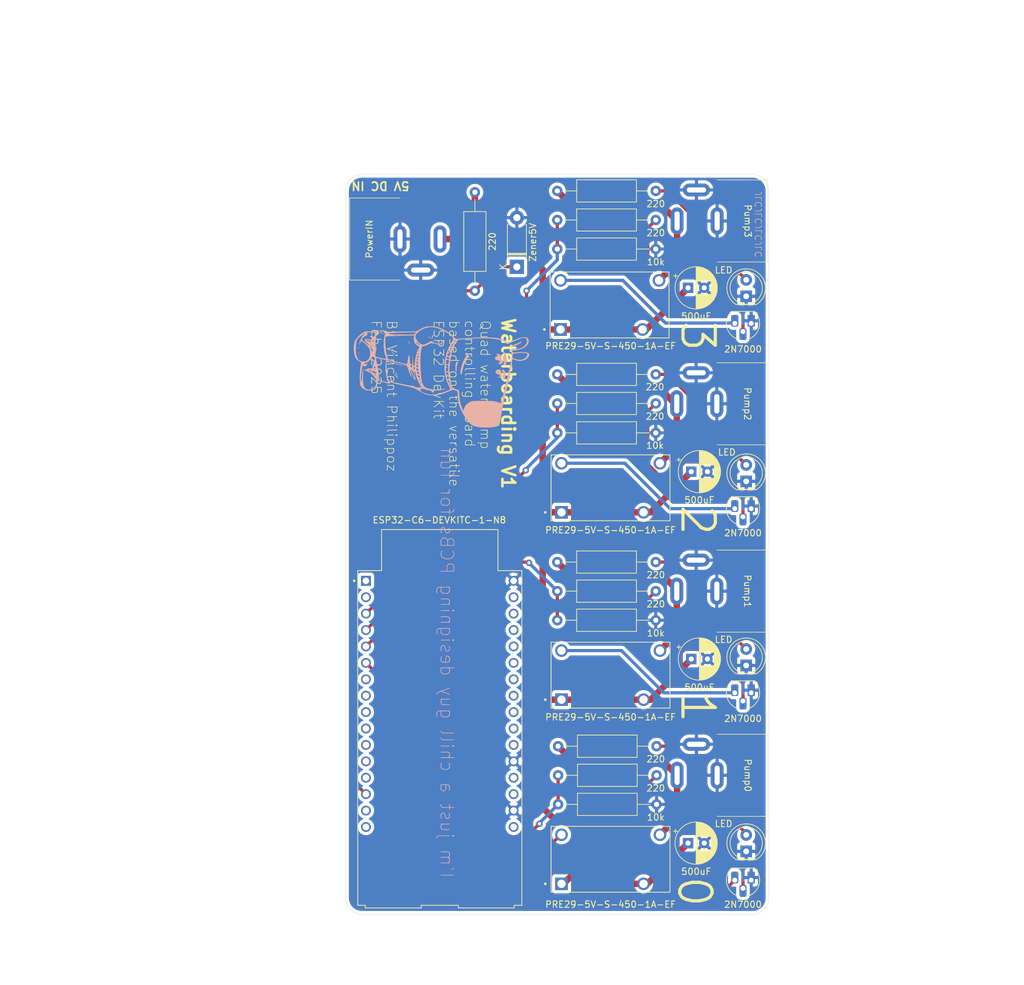
<source format=kicad_pcb>
(kicad_pcb (version 20240108) (generator "pcbnew") (generator_version "8.0")
  (layers (0 "F.Cu" signal) (31 "B.Cu" signal) (34 "B.Paste" user) (35 "F.Paste" user) (36 "B.SilkS" user "B.Silkscreen") (37 "F.SilkS" user "F.Silkscreen") (38 "B.Mask" user) (39 "F.Mask" user) (44 "Edge.Cuts" user))
  (net 0 "")
  (net 1 "GND")
  (net 2 "+5V")
  (net 4 "/Pump control module1/LED_anode")
  (net 13 "/Pump control module0/LED_anode")
  (net 14 "/Pump control module2/LED_anode")
  (net 22 "/Pump control module3/LED_anode")
  (net 31 "/Pump control module0/toggle5V")
  (net 32 "/Pump control module1/toggle5V")
  (net 33 "/Pump control module2/toggle5V")
  (net 34 "/5V_protected")
  (net 35 "/Pump control module3/toggle5V")
  (net 36 "/Pump control module1/toggleGND0")
  (net 37 "/Pump control module0/toggleGND0")
  (net 38 "/Pump control module2/toggleGND0")
  (net 39 "/Pump control module3/toggleGND0")
  (net 40 "/Pump control module1/Q_G")
  (net 41 "/Pump control module0/Q_G")
  (net 42 "/Pump control module2/Q_G")
  (net 43 "/Pump control module3/Q_G")
  (net 44 "/pumpCtrl1")
  (net 45 "/pumpCtrl0")
  (net 46 "/pumpCtrl2")
  (net 47 "/pumpCtrl3")
  (footprint "Diode_THT:D_DO-41_SOD81_P7.62mm_Horizontal" (layer "F.Cu") (at 134 61.81 90)
    (property "Reference" "D2")
    (property "Value" "Zener5V" (at 3.81 2.47 -90) (layer "F.SilkS"))
    (fp_text user "K" (at 0 -2.1 -90) (layer "F.SilkS"))
    (pad "1" thru_hole rect (at 0 0 90) (size 2.2 2.2) (drill 1.1) (layers "*.Cu" "*.Mask") (net 34 "/5V_protected"))
    (pad "2" thru_hole oval (at 7.62 0 90) (size 2.2 2.2) (drill 1.1) (layers "*.Cu" "*.Mask") (net 1 "GND"))
  )
  (footprint "Resistor_THT:R_Axial_DIN0309_L9.0mm_D3.2mm_P15.24mm_Horizontal" (layer "F.Cu") (at 140.26 116.5)
    (property "Reference" "R2")
    (property "Value" "10k" (at 15.24 2 0) (layer "F.SilkS"))
    (pad "1" thru_hole circle (at 0 0) (size 1.6 1.6) (drill 0.8) (layers "*.Cu" "*.Mask") (net 44 "/pumpCtrl1"))
    (pad "2" thru_hole oval (at 15.24 0) (size 1.6 1.6) (drill 0.8) (layers "*.Cu" "*.Mask") (net 1 "GND"))
  )
  (footprint "Resistor_THT:R_Axial_DIN0309_L9.0mm_D3.2mm_P15.24mm_Horizontal" (layer "F.Cu") (at 140.385 140.5)
    (property "Reference" "R6")
    (property "Value" "220" (at 15.115 2 0) (layer "F.SilkS"))
    (pad "1" thru_hole circle (at 0 0) (size 1.6 1.6) (drill 0.8) (layers "*.Cu" "*.Mask") (net 45 "/pumpCtrl0"))
    (pad "2" thru_hole oval (at 15.24 0) (size 1.6 1.6) (drill 0.8) (layers "*.Cu" "*.Mask") (net 41 "/Pump control module0/Q_G"))
  )
  (footprint "Resistor_THT:R_Axial_DIN0309_L9.0mm_D3.2mm_P15.24mm_Horizontal" (layer "F.Cu") (at 140.385 145)
    (property "Reference" "R5")
    (property "Value" "10k" (at 15.115 2 0) (layer "F.SilkS"))
    (pad "1" thru_hole circle (at 0 0) (size 1.6 1.6) (drill 0.8) (layers "*.Cu" "*.Mask") (net 45 "/pumpCtrl0"))
    (pad "2" thru_hole oval (at 15.24 0) (size 1.6 1.6) (drill 0.8) (layers "*.Cu" "*.Mask") (net 1 "GND"))
  )
  (footprint "Package_TO_SOT_THT:TO-92L_HandSolder" (layer "F.Cu") (at 170.27 127.73 180)
    (property "Reference" "Q1")
    (property "Value" "2N7000" (at 1.27 -4 0) (layer "F.SilkS"))
    (pad "1" thru_hole rect (at 0 0 180) (size 1.1 1.8) (drill 0.75 (offset 0 0.4)) (layers "*.Cu" "*.Mask") (net 1 "GND"))
    (pad "2" thru_hole roundrect (at 1.27 -1.27 180) (size 1.1 1.8) (drill 0.75 (offset 0 -0.4)) (layers "*.Cu" "*.Mask") (net 40 "/Pump control module1/Q_G"))
    (pad "3" thru_hole roundrect (at 2.54 0 180) (size 1.1 1.8) (drill 0.75 (offset 0 0.4)) (layers "*.Cu" "*.Mask") (net 36 "/Pump control module1/toggleGND0"))
  )
  (footprint "Capacitor_THT:CP_Radial_D6.3mm_P2.50mm" (layer "F.Cu") (at 161 93.5)
    (property "Reference" "C3")
    (property "Value" "500uF" (at 1.25 4.4 0) (layer "F.SilkS"))
    (pad "1" thru_hole rect (at 0 0) (size 1.6 1.6) (drill 0.8) (layers "*.Cu" "*.Mask") (net 2 "+5V"))
    (pad "2" thru_hole circle (at 2.5 0) (size 1.6 1.6) (drill 0.8) (layers "*.Cu" "*.Mask") (net 1 "GND"))
  )
  (footprint "RELAY_PRE29-5V-S-450-1A-EF:RELAY_PRE29-5V-S-450-1A-EF" (layer "F.Cu") (at 148.35 67.7)
    (property "Reference" "K4")
    (property "Value" "PRE29-5V-S-450-1A-EF" (at 0.15 6.35 0) (layer "F.SilkS"))
    (pad "1" thru_hole rect (at -7.59 3.8) (size 1.95 1.95) (drill 1.3) (layers "*.Cu" "*.Mask") (net 2 "+5V"))
    (pad "2" thru_hole circle (at -7.59 -3.8) (size 1.95 1.95) (drill 1.3) (layers "*.Cu" "*.Mask") (net 39 "/Pump control module3/toggleGND0"))
    (pad "3" thru_hole circle (at 5.11 3.8) (size 1.95 1.95) (drill 1.3) (layers "*.Cu" "*.Mask") (net 2 "+5V"))
    (pad "4" thru_hole circle (at 7.65 -3.8) (size 1.95 1.95) (drill 1.3) (layers "*.Cu" "*.Mask") (net 35 "/Pump control module3/toggle5V"))
  )
  (footprint "LED_THT:LED_D5.0mm" (layer "F.Cu") (at 169.5 66.36 90)
    (property "Reference" "D5")
    (property "Value" "LED" (at 4.04 -3.5 0) (layer "F.SilkS"))
    (pad "1" thru_hole rect (at 0 0 90) (size 1.8 1.8) (drill 0.9) (layers "*.Cu" "*.Mask") (net 1 "GND"))
    (pad "2" thru_hole circle (at 2.54 0 90) (size 1.8 1.8) (drill 0.9) (layers "*.Cu" "*.Mask") (net 22 "/Pump control module3/LED_anode"))
  )
  (footprint "LED_THT:LED_D5.0mm" (layer "F.Cu") (at 169.5 123.5 90)
    (property "Reference" "D1")
    (property "Value" "LED" (at 4 -3.5 0) (layer "F.SilkS"))
    (pad "1" thru_hole rect (at 0 0 90) (size 1.8 1.8) (drill 0.9) (layers "*.Cu" "*.Mask") (net 1 "GND"))
    (pad "2" thru_hole circle (at 2.54 0 90) (size 1.8 1.8) (drill 0.9) (layers "*.Cu" "*.Mask") (net 4 "/Pump control module1/LED_anode"))
  )
  (footprint "RELAY_PRE29-5V-S-450-1A-EF:RELAY_PRE29-5V-S-450-1A-EF" (layer "F.Cu") (at 148.5 153.5)
    (property "Reference" "K2")
    (property "Value" "PRE29-5V-S-450-1A-EF" (at 0 6.985 0) (layer "F.SilkS"))
    (pad "1" thru_hole rect (at -7.59 3.8) (size 1.95 1.95) (drill 1.3) (layers "*.Cu" "*.Mask") (net 2 "+5V"))
    (pad "2" thru_hole circle (at -7.59 -3.8) (size 1.95 1.95) (drill 1.3) (layers "*.Cu" "*.Mask") (net 37 "/Pump control module0/toggleGND0"))
    (pad "3" thru_hole circle (at 5.11 3.8) (size 1.95 1.95) (drill 1.3) (layers "*.Cu" "*.Mask") (net 2 "+5V"))
    (pad "4" thru_hole circle (at 7.65 -3.8) (size 1.95 1.95) (drill 1.3) (layers "*.Cu" "*.Mask") (net 31 "/Pump control module0/toggle5V"))
  )
  (footprint "Package_TO_SOT_THT:TO-92L_HandSolder" (layer "F.Cu") (at 170.27 99.23 180)
    (property "Reference" "Q3")
    (property "Value" "2N7000" (at 1.27 -3.77 180) (layer "F.SilkS"))
    (pad "1" thru_hole rect (at 0 0 180) (size 1.1 1.8) (drill 0.75 (offset 0 0.4)) (layers "*.Cu" "*.Mask") (net 1 "GND"))
    (pad "2" thru_hole roundrect (at 1.27 -1.27 180) (size 1.1 1.8) (drill 0.75 (offset 0 -0.4)) (layers "*.Cu" "*.Mask") (net 42 "/Pump control module2/Q_G"))
    (pad "3" thru_hole roundrect (at 2.54 0 180) (size 1.1 1.8) (drill 0.75 (offset 0 0.4)) (layers "*.Cu" "*.Mask") (net 38 "/Pump control module2/toggleGND0"))
  )
  (footprint "Resistor_THT:R_Axial_DIN0309_L9.0mm_D3.2mm_P15.24mm_Horizontal" (layer "F.Cu") (at 140.26 112)
    (property "Reference" "R3")
    (property "Value" "220" (at 15.24 2 0) (layer "F.SilkS"))
    (pad "1" thru_hole circle (at 0 0) (size 1.6 1.6) (drill 0.8) (layers "*.Cu" "*.Mask") (net 44 "/pumpCtrl1"))
    (pad "2" thru_hole oval (at 15.24 0) (size 1.6 1.6) (drill 0.8) (layers "*.Cu" "*.Mask") (net 40 "/Pump control module1/Q_G"))
  )
  (footprint "Capacitor_THT:CP_Radial_D6.3mm_P2.50mm" (layer "F.Cu") (at 160.5 65.05)
    (property "Reference" "C4")
    (property "Value" "500uF" (at 1.25 4.4 0) (layer "F.SilkS"))
    (pad "1" thru_hole rect (at 0 0) (size 1.6 1.6) (drill 0.8) (layers "*.Cu" "*.Mask") (net 2 "+5V"))
    (pad "2" thru_hole circle (at 2.5 0) (size 1.6 1.6) (drill 0.8) (layers "*.Cu" "*.Mask") (net 1 "GND"))
  )
  (footprint "LED_THT:LED_D5.0mm" (layer "F.Cu") (at 169.5 95 90)
    (property "Reference" "D4")
    (property "Value" "LED" (at 4.5 -3 0) (layer "F.SilkS"))
    (pad "1" thru_hole rect (at 0 0 90) (size 1.8 1.8) (drill 0.9) (layers "*.Cu" "*.Mask") (net 1 "GND"))
    (pad "2" thru_hole circle (at 2.54 0 90) (size 1.8 1.8) (drill 0.9) (layers "*.Cu" "*.Mask") (net 14 "/Pump control module2/LED_anode"))
  )
  (footprint "Resistor_THT:R_Axial_DIN0309_L9.0mm_D3.2mm_P15.24mm_Horizontal" (layer "F.Cu") (at 140.26 59.05)
    (property "Reference" "R11")
    (property "Value" "10k" (at 15.24 2 0) (layer "F.SilkS"))
    (pad "1" thru_hole circle (at 0 0) (size 1.6 1.6) (drill 0.8) (layers "*.Cu" "*.Mask") (net 47 "/pumpCtrl3"))
    (pad "2" thru_hole oval (at 15.24 0) (size 1.6 1.6) (drill 0.8) (layers "*.Cu" "*.Mask") (net 1 "GND"))
  )
  (footprint "PJ-112AH:PJ-112AH" (layer "F.Cu") (at 173.05 54.7 180)
    (property "Reference" "J4")
    (property "Value" "Pump3" (at 3.302 0 -90) (layer "F.SilkS"))
    (pad "1" thru_hole roundrect (at 14.25 0 180) (size 2 4.2) (drill oval 0.8 3) (layers "*.Cu" "*.Mask") (roundrect_rratio 0.5) (net 35 "/Pump control module3/toggle5V"))
    (pad "2" thru_hole roundrect (at 11.25 4.8 270) (size 2 4.2) (drill oval 0.8 3) (layers "*.Cu" "*.Mask") (roundrect_rratio 0.5) (net 1 "GND"))
    (pad "3" thru_hole roundrect (at 8.05 0) (size 2 4.2) (drill oval 0.8 3) (layers "*.Cu" "*.Mask") (roundrect_rratio 0.5) (net 1 "GND"))
  )
  (footprint "Resistor_THT:R_Axial_DIN0309_L9.0mm_D3.2mm_P15.24mm_Horizontal" (layer "F.Cu") (at 140.26 82.95)
    (property "Reference" "R9")
    (property "Value" "220" (at 15.125 2 0) (layer "F.SilkS"))
    (pad "1" thru_hole circle (at 0 0) (size 1.6 1.6) (drill 0.8) (layers "*.Cu" "*.Mask") (net 46 "/pumpCtrl2"))
    (pad "2" thru_hole oval (at 15.24 0) (size 1.6 1.6) (drill 0.8) (layers "*.Cu" "*.Mask") (net 42 "/Pump control module2/Q_G"))
  )
  (footprint "Resistor_THT:R_Axial_DIN0309_L9.0mm_D3.2mm_P15.24mm_Horizontal" (layer "F.Cu") (at 140.26 87.5)
    (property "Reference" "R8")
    (property "Value" "10k" (at 15.125 1.95 0) (layer "F.SilkS"))
    (pad "1" thru_hole circle (at 0 0) (size 1.6 1.6) (drill 0.8) (layers "*.Cu" "*.Mask") (net 46 "/pumpCtrl2"))
    (pad "2" thru_hole oval (at 15.24 0) (size 1.6 1.6) (drill 0.8) (layers "*.Cu" "*.Mask") (net 1 "GND"))
  )
  (footprint "Package_TO_SOT_THT:TO-92L_HandSolder" (layer "F.Cu") (at 170.27 70.55 180)
    (property "Reference" "Q4")
    (property "Value" "2N7000" (at 1.27 -4 180) (layer "F.SilkS"))
    (pad "1" thru_hole rect (at 0 0 180) (size 1.1 1.8) (drill 0.75 (offset 0 0.4)) (layers "*.Cu" "*.Mask") (net 1 "GND"))
    (pad "2" thru_hole roundrect (at 1.27 -1.27 180) (size 1.1 1.8) (drill 0.75 (offset 0 -0.4)) (layers "*.Cu" "*.Mask") (net 43 "/Pump control module3/Q_G"))
    (pad "3" thru_hole roundrect (at 2.54 0 180) (size 1.1 1.8) (drill 0.75 (offset 0 0.4)) (layers "*.Cu" "*.Mask") (net 39 "/Pump control module3/toggleGND0"))
  )
  (footprint "LED_THT:LED_D5.0mm" (layer "F.Cu") (at 169.5 152.275 90)
    (property "Reference" "D3")
    (property "Value" "LED" (at 4.275 -3.5 0) (layer "F.SilkS"))
    (pad "1" thru_hole rect (at 0 0 90) (size 1.8 1.8) (drill 0.9) (layers "*.Cu" "*.Mask") (net 1 "GND"))
    (pad "2" thru_hole circle (at 2.54 0 90) (size 1.8 1.8) (drill 0.9) (layers "*.Cu" "*.Mask") (net 13 "/Pump control module0/LED_anode"))
  )
  (footprint "ESP32-C6-DEVKITC-1-N8:MODULE_ESP32-C6-DEVKITC-1-N8" (layer "F.Cu") (at 122.07 134.725)
    (property "Reference" "U1")
    (property "Value" "ESP32-C6-DEVKITC-1-N8" (at -0.07 -33.725 0) (layer "F.SilkS"))
    (pad "J1_1" thru_hole rect (at -11.43 -24.325) (size 1.524 1.524) (drill 1.016) (layers "*.Cu" "*.Mask"))
    (pad "J1_2" thru_hole circle (at -11.43 -21.785) (size 1.524 1.524) (drill 1.016) (layers "*.Cu" "*.Mask"))
    (pad "J1_3" thru_hole circle (at -11.43 -19.245) (size 1.524 1.524) (drill 1.016) (layers "*.Cu" "*.Mask") (net 47 "/pumpCtrl3"))
    (pad "J1_4" thru_hole circle (at -11.43 -16.705) (size 1.524 1.524) (drill 1.016) (layers "*.Cu" "*.Mask") (net 46 "/pumpCtrl2"))
    (pad "J1_5" thru_hole circle (at -11.43 -14.165) (size 1.524 1.524) (drill 1.016) (layers "*.Cu" "*.Mask") (net 44 "/pumpCtrl1"))
    (pad "J1_6" thru_hole circle (at -11.43 -11.625) (size 1.524 1.524) (drill 1.016) (layers "*.Cu" "*.Mask") (net 45 "/pumpCtrl0"))
    (pad "J1_7" thru_hole circle (at -11.43 -9.085) (size 1.524 1.524) (drill 1.016) (layers "*.Cu" "*.Mask"))
    (pad "J1_8" thru_hole circle (at -11.43 -6.545) (size 1.524 1.524) (drill 1.016) (layers "*.Cu" "*.Mask"))
    (pad "J1_9" thru_hole circle (at -11.43 -4.005) (size 1.524 1.524) (drill 1.016) (layers "*.Cu" "*.Mask"))
    (pad "J1_10" thru_hole circle (at -11.43 -1.465) (size 1.524 1.524) (drill 1.016) (layers "*.Cu" "*.Mask"))
    (pad "J1_11" thru_hole circle (at -11.43 1.075) (size 1.524 1.524) (drill 1.016) (layers "*.Cu" "*.Mask"))
    (pad "J1_12" thru_hole circle (at -11.43 3.615) (size 1.524 1.524) (drill 1.016) (layers "*.Cu" "*.Mask"))
    (pad "J1_13" thru_hole circle (at -11.43 6.155) (size 1.524 1.524) (drill 1.016) (layers "*.Cu" "*.Mask"))
    (pad "J1_14" thru_hole circle (at -11.43 8.695) (size 1.524 1.524) (drill 1.016) (layers "*.Cu" "*.Mask") (net 34 "/5V_protected"))
    (pad "J1_15" thru_hole circle (at -11.43 11.235) (size 1.524 1.524) (drill 1.016) (layers "*.Cu" "*.Mask"))
    (pad "J1_16" thru_hole circle (at -11.43 13.775) (size 1.524 1.524) (drill 1.016) (layers "*.Cu" "*.Mask"))
    (pad "J3_1" thru_hole circle (at 11.43 -24.325) (size 1.524 1.524) (drill 1.016) (layers "*.Cu" "*.Mask") (net 1 "GND"))
    (pad "J3_2" thru_hole circle (at 11.43 -21.785) (size 1.524 1.524) (drill 1.016) (layers "*.Cu" "*.Mask"))
    (pad "J3_3" thru_hole circle (at 11.43 -19.245) (size 1.524 1.524) (drill 1.016) (layers "*.Cu" "*.Mask"))
    (pad "J3_4" thru_hole circle (at 11.43 -16.705) (size 1.524 1.524) (drill 1.016) (layers "*.Cu" "*.Mask"))
    (pad "J3_5" thru_hole circle (at 11.43 -14.165) (size 1.524 1.524) (drill 1.016) (layers "*.Cu" "*.Mask"))
    (pad "J3_6" thru_hole circle (at 11.43 -11.625) (size 1.524 1.524) (drill 1.016) (layers "*.Cu" "*.Mask"))
    (pad "J3_7" thru_hole circle (at 11.43 -9.085) (size 1.524 1.524) (drill 1.016) (layers "*.Cu" "*.Mask"))
    (pad "J3_8" thru_hole circle (at 11.43 -6.545) (size 1.524 1.524) (drill 1.016) (layers "*.Cu" "*.Mask"))
    (pad "J3_9" thru_hole circle (at 11.43 -4.005) (size 1.524 1.524) (drill 1.016) (layers "*.Cu" "*.Mask"))
    (pad "J3_10" thru_hole circle (at 11.43 -1.465) (size 1.524 1.524) (drill 1.016) (layers "*.Cu" "*.Mask"))
    (pad "J3_11" thru_hole circle (at 11.43 1.075) (size 1.524 1.524) (drill 1.016) (layers "*.Cu" "*.Mask"))
    (pad "J3_12" thru_hole circle (at 11.43 3.615) (size 1.524 1.524) (drill 1.016) (layers "*.Cu" "*.Mask") (net 1 "GND"))
    (pad "J3_13" thru_hole circle (at 11.43 6.155) (size 1.524 1.524) (drill 1.016) (layers "*.Cu" "*.Mask"))
    (pad "J3_14" thru_hole circle (at 11.43 8.695) (size 1.524 1.524) (drill 1.016) (layers "*.Cu" "*.Mask"))
    (pad "J3_15" thru_hole circle (at 11.43 11.235) (size 1.524 1.524) (drill 1.016) (layers "*.Cu" "*.Mask") (net 1 "GND"))
    (pad "J3_16" thru_hole circle (at 11.43 13.775) (size 1.524 1.524) (drill 1.016) (layers "*.Cu" "*.Mask"))
  )
  (footprint "Capacitor_THT:CP_Radial_D6.3mm_P2.50mm" (layer "F.Cu") (at 160.5 151)
    (property "Reference" "C2")
    (property "Value" "500uF" (at 1.25 4.4 0) (layer "F.SilkS"))
    (pad "1" thru_hole rect (at 0 0) (size 1.6 1.6) (drill 0.8) (layers "*.Cu" "*.Mask") (net 2 "+5V"))
    (pad "2" thru_hole circle (at 2.5 0) (size 1.6 1.6) (drill 0.8) (layers "*.Cu" "*.Mask") (net 1 "GND"))
  )
  (footprint "PJ-112AH:PJ-112AH" (layer "F.Cu") (at 173.05 140.5 180)
    (property "Reference" "J1")
    (property "Value" "Pump0" (at 3.302 0 -90) (layer "F.SilkS"))
    (pad "1" thru_hole roundrect (at 14.25 0 180) (size 2 4.2) (drill oval 0.8 3) (layers "*.Cu" "*.Mask") (roundrect_rratio 0.5) (net 31 "/Pump control module0/toggle5V"))
    (pad "2" thru_hole roundrect (at 11.25 4.8 270) (size 2 4.2) (drill oval 0.8 3) (layers "*.Cu" "*.Mask") (roundrect_rratio 0.5) (net 1 "GND"))
    (pad "3" thru_hole roundrect (at 8.05 0) (size 2 4.2) (drill oval 0.8 3) (layers "*.Cu" "*.Mask") (roundrect_rratio 0.5) (net 1 "GND"))
  )
  (footprint "Resistor_THT:R_Axial_DIN0309_L9.0mm_D3.2mm_P15.24mm_Horizontal" (layer "F.Cu") (at 127.5 65.5 90)
    (property "Reference" "R1")
    (property "Value" "220" (at 7.62 2.72 -90) (layer "F.SilkS"))
    (pad "1" thru_hole circle (at 0 0 90) (size 1.6 1.6) (drill 0.8) (layers "*.Cu" "*.Mask") (net 34 "/5V_protected"))
    (pad "2" thru_hole oval (at 15.24 0 90) (size 1.6 1.6) (drill 0.8) (layers "*.Cu" "*.Mask") (net 2 "+5V"))
  )
  (footprint "Resistor_THT:R_Axial_DIN0309_L9.0mm_D3.2mm_P15.24mm_Horizontal" (layer "F.Cu") (at 140.38 136)
    (property "Reference" "R7")
    (property "Value" "220" (at 15.12 2 0) (layer "F.SilkS"))
    (pad "1" thru_hole circle (at 0 0) (size 1.6 1.6) (drill 0.8) (layers "*.Cu" "*.Mask") (net 31 "/Pump control module0/toggle5V"))
    (pad "2" thru_hole oval (at 15.24 0) (size 1.6 1.6) (drill 0.8) (layers "*.Cu" "*.Mask") (net 13 "/Pump control module0/LED_anode"))
  )
  (footprint "RELAY_PRE29-5V-S-450-1A-EF:RELAY_PRE29-5V-S-450-1A-EF" (layer "F.Cu") (at 148.5 125)
    (property "Reference" "K1")
    (property "Value" "PRE29-5V-S-450-1A-EF" (at 0 6.5 0) (layer "F.SilkS"))
    (pad "1" thru_hole rect (at -7.59 3.8) (size 1.95 1.95) (drill 1.3) (layers "*.Cu" "*.Mask") (net 2 "+5V"))
    (pad "2" thru_hole circle (at -7.59 -3.8) (size 1.95 1.95) (drill 1.3) (layers "*.Cu" "*.Mask") (net 36 "/Pump control module1/toggleGND0"))
    (pad "3" thru_hole circle (at 5.11 3.8) (size 1.95 1.95) (drill 1.3) (layers "*.Cu" "*.Mask") (net 2 "+5V"))
    (pad "4" thru_hole circle (at 7.65 -3.8) (size 1.95 1.95) (drill 1.3) (layers "*.Cu" "*.Mask") (net 32 "/Pump control module1/toggle5V"))
  )
  (footprint "Resistor_THT:R_Axial_DIN0309_L9.0mm_D3.2mm_P15.24mm_Horizontal" (layer "F.Cu") (at 140.26 50.05)
    (property "Reference" "R13")
    (property "Value" "220" (at 15.24 2 0) (layer "F.SilkS"))
    (pad "1" thru_hole circle (at 0 0) (size 1.6 1.6) (drill 0.8) (layers "*.Cu" "*.Mask") (net 35 "/Pump control module3/toggle5V"))
    (pad "2" thru_hole oval (at 15.24 0) (size 1.6 1.6) (drill 0.8) (layers "*.Cu" "*.Mask") (net 22 "/Pump control module3/LED_anode"))
  )
  (footprint "PJ-112AH:PJ-112AH" (layer "F.Cu") (at 173 112 180)
    (property "Reference" "J2")
    (property "Value" "Pump1" (at 3.302 0 -90) (layer "F.SilkS"))
    (pad "1" thru_hole roundrect (at 14.25 0 180) (size 2 4.2) (drill oval 0.8 3) (layers "*.Cu" "*.Mask") (roundrect_rratio 0.5) (net 32 "/Pump control module1/toggle5V"))
    (pad "2" thru_hole roundrect (at 11.25 4.8 270) (size 2 4.2) (drill oval 0.8 3) (layers "*.Cu" "*.Mask") (roundrect_rratio 0.5) (net 1 "GND"))
    (pad "3" thru_hole roundrect (at 8.05 0) (size 2 4.2) (drill oval 0.8 3) (layers "*.Cu" "*.Mask") (roundrect_rratio 0.5) (net 1 "GND"))
  )
  (footprint "Capacitor_THT:CP_Radial_D6.3mm_P2.50mm" (layer "F.Cu") (at 161 122.5)
    (property "Reference" "C1")
    (property "Value" "500uF" (at 1.25 4.4 0) (layer "F.SilkS"))
    (pad "1" thru_hole rect (at 0 0) (size 1.6 1.6) (drill 0.8) (layers "*.Cu" "*.Mask") (net 2 "+5V"))
    (pad "2" thru_hole circle (at 2.5 0) (size 1.6 1.6) (drill 0.8) (layers "*.Cu" "*.Mask") (net 1 "GND"))
  )
  (footprint "PJ-112AH:PJ-112AH" (layer "F.Cu") (at 107.8625 57.5)
    (property "Reference" "J5")
    (property "Value" "PowerIN" (at 3.302 0 90) (layer "F.SilkS"))
    (pad "1" thru_hole roundrect (at 14.25 0) (size 2 4.2) (drill oval 0.8 3) (layers "*.Cu" "*.Mask") (roundrect_rratio 0.5) (net 2 "+5V"))
    (pad "2" thru_hole roundrect (at 11.25 4.8 90) (size 2 4.2) (drill oval 0.8 3) (layers "*.Cu" "*.Mask") (roundrect_rratio 0.5) (net 1 "GND"))
    (pad "3" thru_hole roundrect (at 8.05 0 180) (size 2 4.2) (drill oval 0.8 3) (layers "*.Cu" "*.Mask") (roundrect_rratio 0.5) (net 1 "GND"))
  )
  (footprint "RELAY_PRE29-5V-S-450-1A-EF:RELAY_PRE29-5V-S-450-1A-EF" (layer "F.Cu") (at 148.5 96)
    (property "Reference" "K3")
    (property "Value" "PRE29-5V-S-450-1A-EF" (at -0.005 6.55 0) (layer "F.SilkS"))
    (pad "1" thru_hole rect (at -7.59 3.8) (size 1.95 1.95) (drill 1.3) (layers "*.Cu" "*.Mask") (net 2 "+5V"))
    (pad "2" thru_hole circle (at -7.59 -3.8) (size 1.95 1.95) (drill 1.3) (layers "*.Cu" "*.Mask") (net 38 "/Pump control module2/toggleGND0"))
    (pad "3" thru_hole circle (at 5.11 3.8) (size 1.95 1.95) (drill 1.3) (layers "*.Cu" "*.Mask") (net 2 "+5V"))
    (pad "4" thru_hole circle (at 7.65 -3.8) (size 1.95 1.95) (drill 1.3) (layers "*.Cu" "*.Mask") (net 33 "/Pump control module2/toggle5V"))
  )
  (footprint "Package_TO_SOT_THT:TO-92L_HandSolder" (layer "F.Cu") (at 170.27 156.73 180)
    (property "Reference" "Q2")
    (property "Value" "2N7000" (at 1.27 -3.77 180) (layer "F.SilkS"))
    (pad "1" thru_hole rect (at 0 0 180) (size 1.1 1.8) (drill 0.75 (offset 0 0.4)) (layers "*.Cu" "*.Mask") (net 1 "GND"))
    (pad "2" thru_hole roundrect (at 1.27 -1.27 180) (size 1.1 1.8) (drill 0.75 (offset 0 -0.4)) (layers "*.Cu" "*.Mask") (net 41 "/Pump control module0/Q_G"))
    (pad "3" thru_hole roundrect (at 2.54 0 180) (size 1.1 1.8) (drill 0.75 (offset 0 0.4)) (layers "*.Cu" "*.Mask") (net 37 "/Pump control module0/toggleGND0"))
  )
  (footprint "Resistor_THT:R_Axial_DIN0309_L9.0mm_D3.2mm_P15.24mm_Horizontal" (layer "F.Cu") (at 140.26 78.45)
    (property "Reference" "R10")
    (property "Value" "220" (at 15.125 1.95 0) (layer "F.SilkS"))
    (pad "1" thru_hole circle (at 0 0) (size 1.6 1.6) (drill 0.8) (layers "*.Cu" "*.Mask") (net 33 "/Pump control module2/toggle5V"))
    (pad "2" thru_hole oval (at 15.24 0) (size 1.6 1.6) (drill 0.8) (layers "*.Cu" "*.Mask") (net 14 "/Pump control module2/LED_anode"))
  )
  (footprint "Resistor_THT:R_Axial_DIN0309_L9.0mm_D3.2mm_P15.24mm_Horizontal" (layer "F.Cu") (at 140.26 54.55)
    (property "Reference" "R12")
    (property "Value" "220" (at 15.24 2 0) (layer "F.SilkS"))
    (pad "1" thru_hole circle (at 0 0) (size 1.6 1.6) (drill 0.8) (layers "*.Cu" "*.Mask") (net 47 "/pumpCtrl3"))
    (pad "2" thru_hole oval (at 15.24 0) (size 1.6 1.6) (drill 0.8) (layers "*.Cu" "*.Mask") (net 43 "/Pump control module3/Q_G"))
  )
  (footprint "PJ-112AH:PJ-112AH" (layer "F.Cu") (at 173 83 180)
    (property "Reference" "J3")
    (property "Value" "Pump2" (at 3.302 0 -90) (layer "F.SilkS"))
    (pad "1" thru_hole roundrect (at 14.25 0 180) (size 2 4.2) (drill oval 0.8 3) (layers "*.Cu" "*.Mask") (roundrect_rratio 0.5) (net 33 "/Pump control module2/toggle5V"))
    (pad "2" thru_hole roundrect (at 11.25 4.8 270) (size 2 4.2) (drill oval 0.8 3) (layers "*.Cu" "*.Mask") (roundrect_rratio 0.5) (net 1 "GND"))
    (pad "3" thru_hole roundrect (at 8.05 0) (size 2 4.2) (drill oval 0.8 3) (layers "*.Cu" "*.Mask") (roundrect_rratio 0.5) (net 1 "GND"))
  )
  (footprint "Resistor_THT:R_Axial_DIN0309_L9.0mm_D3.2mm_P15.24mm_Horizontal" (layer "F.Cu") (at 140.26 107.5)
    (property "Reference" "R4")
    (property "Value" "220" (at 15.24 2 0) (layer "F.SilkS"))
    (pad "1" thru_hole circle (at 0 0) (size 1.6 1.6) (drill 0.8) (layers "*.Cu" "*.Mask") (net 32 "/Pump control module1/toggle5V"))
    (pad "2" thru_hole oval (at 15.24 0) (size 1.6 1.6) (drill 0.8) (layers "*.Cu" "*.Mask") (net 4 "/Pump control module1/LED_anode"))
  )
  (footprint "LOGO" (layer "B.Cu") (at 122.5 77.5 90)
    (property "Reference" "G***" (hide yes))
    (property "Value" "LOGO" (hide yes))
  )
  (gr_line (start 173 159.5) (end 173 50) (stroke (width 0.05)) (layer "Edge.Cuts"))
  (gr_arc (start 107.5 50) (mid 108.232233 48.232233) (end 110 47.5) (stroke (width 0.05)) (layer "Edge.Cuts"))
  (gr_arc (start 173 159.5) (mid 172.267767 161.267767) (end 170.5 162) (stroke (width 0.05)) (layer "Edge.Cuts"))
  (gr_arc (start 170.5 47.5) (mid 172.267767 48.232233) (end 173 50) (stroke (width 0.05)) (layer "Edge.Cuts"))
  (gr_line (start 110 162) (end 170.5 162) (stroke (width 0.05)) (layer "Edge.Cuts"))
  (gr_line (start 170.5 47.5) (end 110 47.5) (stroke (width 0.05)) (layer "Edge.Cuts"))
  (gr_arc (start 110 162) (mid 108.232233 161.267767) (end 107.5 159.5) (stroke (width 0.05)) (layer "Edge.Cuts"))
  (gr_line (start 107.5 50) (end 107.5 159.5) (stroke (width 0.05)) (layer "Edge.Cuts"))
  (gr_text "JLCJLCJLCJLC" (at 172 50 90) (layer "B.SilkS") (effects (font (size 1 1) (thickness 0.1)) (justify left bottom mirror)))
  (gr_text "I'm just a chill guy designing PCBs for fun" (at 122 156.5 270) (layer "B.SilkS") (effects (font (size 2 2) (thickness 0.1)) (justify left bottom mirror)))
  (gr_text "Waterboarding V1" (at 131.5 69.5 270) (layer "F.SilkS") (effects (font (size 2 2) (thickness 0.4) (bold yes)) (justify left bottom)))
  (gr_text "0\n" (at 161.5 158.5 270) (layer "F.SilkS") (effects (font (size 5 5) (thickness 0.5))))
  (gr_text "3" (at 162 72.5 270) (layer "F.SilkS") (effects (font (size 5 5) (thickness 0.5))))
  (gr_text "5V DC IN" (at 117.5 48.5 180) (layer "F.SilkS") (effects (font (size 1.3 1.3) (thickness 0.25) (bold yes)) (justify left bottom)))
  (gr_text "Quad water pump \ncontrolling board\nbased on the versatile\nESP32 DevKit\n\n\nBy Vincent Philippoz\nFeb. 2025" (at 130 70 270) (layer "F.SilkS") (effects (font (size 1.5 1.5) (thickness 0.1)) (justify left top)))
  (gr_text "2" (at 162 101 270) (layer "F.SilkS") (effects (font (size 5 5) (thickness 0.5))))
  (gr_text "1\n" (at 162 130 270) (layer "F.SilkS") (effects (font (size 5 5) (thickness 0.5))))
  (segment (start 140.91 128.8) (end 153.61 128.8) (width 1) (layer "F.Cu") (net 2))
  (segment (start 138 71.5) (end 138 100) (width 1) (layer "F.Cu") (net 2))
  (segment (start 153.46 71.5) (end 154.05 71.5) (width 1) (layer "F.Cu") (net 2))
  (segment (start 147 152.5) (end 146 152.5) (width 1) (layer "F.Cu") (net 2))
  (segment (start 153.61 128.8) (end 154.7 128.8) (width 1) (layer "F.Cu") (net 2))
  (segment (start 140.91 128.8) (end 138.3 128.8) (width 1) (layer "F.Cu") (net 2))
  (segment (start 138 62.21) (end 138 71.5) (width 1) (layer "F.Cu") (net 2))
  (segment (start 154.7 128.8) (end 161 122.5) (width 1) (layer "F.Cu") (net 2))
  (segment (start 138.2 99.8) (end 138 100) (width 1) (layer "F.Cu") (net 2))
  (segment (start 140.76 71.5) (end 138 71.5) (width 1) (layer "F.Cu") (net 2))
  (segment (start 127.5 57.5) (end 133.29 57.5) (width 1) (layer "F.Cu") (net 2))
  (segment (start 138 128.5) (end 138 145.5) (width 1) (layer "F.Cu") (net 2))
  (segment (start 141.2 157.3) (end 146 152.5) (width 1) (layer "F.Cu") (net 2))
  (segment (start 138 100) (end 138 128.5) (width 1) (layer "F.Cu") (net 2))
  (segment (start 140 147.5) (end 142 147.5) (width 1) (layer "F.Cu") (net 2))
  (segment (start 140.91 99.8) (end 153.61 99.8) (width 1) (layer "F.Cu") (net 2))
  (segment (start 146 151.5) (end 146 152.5) (width 1) (layer "F.Cu") (net 2))
  (segment (start 140.91 99.8) (end 138.2 99.8) (width 1) (layer "F.Cu") (net 2))
  (segment (start 151.8 157.3) (end 147 152.5) (width 1) (layer "F.Cu") (net 2))
  (segment (start 140.91 157.3) (end 141.2 157.3) (width 1) (layer "F.Cu") (net 2))
  (segment (start 140.76 71.5) (end 153.46 71.5) (width 1) (layer "F.Cu") (net 2))
  (segment (start 127.5 50.26) (end 127.5 57.5) (width 1) (layer "F.Cu") (net 2))
  (segment (start 154.7 99.8) (end 161 93.5) (width 1) (layer "F.Cu") (net 2))
  (segment (start 153.61 157.3) (end 154.2 157.3) (width 1) (layer "F.Cu") (net 2))
  (segment (start 154.05 71.5) (end 160.5 65.05) (width 1) (layer "F.Cu") (net 2))
  (segment (start 122.7 57.5) (end 127.5 57.5) (width 1) (layer "F.Cu") (net 2))
  (segment (start 142 147.5) (end 146 151.5) (width 1) (layer "F.Cu") (net 2))
  (segment (start 153.61 99.8) (end 154.7 99.8) (width 1) (layer "F.Cu") (net 2))
  (segment (start 138.3 128.8) (end 138 128.5) (width 1) (layer "F.Cu") (net 2))
  (segment (start 133.29 57.5) (end 138 62.21) (width 1) (layer "F.Cu") (net 2))
  (segment (start 153.61 157.3) (end 151.8 157.3) (width 1) (layer "F.Cu") (net 2))
  (segment (start 154.2 157.3) (end 160.5 151) (width 1) (layer "F.Cu") (net 2))
  (segment (start 138 145.5) (end 140 147.5) (width 1) (layer "F.Cu") (net 2))
  (segment (start 147 152.5) (end 146 151.5) (width 1) (layer "F.Cu") (net 2))
  (segment (start 155.5 107.5) (end 157.953951 107.5) (width 0.5) (layer "F.Cu") (net 4))
  (segment (start 169.48 120.96) (end 169.5 120.96) (width 0.5) (layer "F.Cu") (net 4))
  (segment (start 157.953951 107.5) (end 162 111.546049) (width 0.5) (layer "F.Cu") (net 4))
  (segment (start 162 113.48) (end 169.48 120.96) (width 0.5) (layer "F.Cu") (net 4))
  (segment (start 162 111.546049) (end 162 113.48) (width 0.5) (layer "F.Cu") (net 4))
  (segment (start 162.75 142.75) (end 162.75 140.75) (width 0.5) (layer "F.Cu") (net 13))
  (segment (start 158 136) (end 155.62 136) (width 0.5) (layer "F.Cu") (net 13))
  (segment (start 162.75 140.75) (end 158 136) (width 0.5) (layer "F.Cu") (net 13))
  (segment (start 169.5 149.735) (end 169.5 149.5) (width 0.5) (layer "F.Cu") (net 13))
  (segment (start 169.5 149.5) (end 162.75 142.75) (width 0.5) (layer "F.Cu") (net 13))
  (segment (start 162 83.092098) (end 162 84.96) (width 0.5) (layer "F.Cu") (net 14))
  (segment (start 155.5 78.45) (end 157.357902 78.45) (width 0.5) (layer "F.Cu") (net 14))
  (segment (start 157.357902 78.45) (end 162 83.092098) (width 0.5) (layer "F.Cu") (net 14))
  (segment (start 162 84.96) (end 169.5 92.46) (width 0.5) (layer "F.Cu") (net 14))
  (segment (start 162 56.32) (end 169.5 63.82) (width 0.5) (layer "F.Cu") (net 22))
  (segment (start 157.307902 50.05) (end 162 54.742098) (width 0.5) (layer "F.Cu") (net 22))
  (segment (start 162 54.742098) (end 162 56.32) (width 0.5) (layer "F.Cu") (net 22))
  (segment (start 155.5 50.05) (end 157.307902 50.05) (width 0.5) (layer "F.Cu") (net 22))
  (segment (start 158.8 147.05) (end 158.8 140.5) (width 1) (layer "F.Cu") (net 31))
  (segment (start 140.38 136) (end 142.38 138) (width 1) (layer "F.Cu") (net 31))
  (segment (start 142.38 138) (end 156.3 138) (width 1) (layer "F.Cu") (net 31))
  (segment (start 156.3 138) (end 158.8 140.5) (width 1) (layer "F.Cu") (net 31))
  (segment (start 156.15 149.7) (end 158.8 147.05) (width 1) (layer "F.Cu") (net 31))
  (segment (start 158.75 111.75) (end 156.5 109.5) (width 1) (layer "F.Cu") (net 32))
  (segment (start 142.26 109.5) (end 140.26 107.5) (width 1) (layer "F.Cu") (net 32))
  (segment (start 158.75 118.6) (end 158.75 112) (width 1) (layer "F.Cu") (net 32))
  (segment (start 156.5 109.5) (end 142.26 109.5) (width 1) (layer "F.Cu") (net 32))
  (segment (start 156.15 121.2) (end 158.75 118.6) (width 1) (layer "F.Cu") (net 32))
  (segment (start 158.75 112) (end 158.75 111.75) (width 1) (layer "F.Cu") (net 32))
  (segment (start 156 80.5) (end 142.31 80.5) (width 1) (layer "F.Cu") (net 33))
  (segment (start 142.31 80.5) (end 140.26 78.45) (width 1) (layer "F.Cu") (net 33))
  (segment (start 158.75 83) (end 158.5 83) (width 1) (layer "F.Cu") (net 33))
  (segment (start 156.15 92.2) (end 158.75 89.6) (width 1) (layer "F.Cu") (net 33))
  (segment (start 158.5 83) (end 156 80.5) (width 1) (layer "F.Cu") (net 33))
  (segment (start 158.75 89.6) (end 158.75 83) (width 1) (layer "F.Cu") (net 33))
  (segment (start 112 65.5) (end 108.5 69) (width 0.5) (layer "F.Cu") (net 34))
  (segment (start 108.5 69) (end 108.5 141.28) (width 0.5) (layer "F.Cu") (net 34))
  (segment (start 108.5 141.28) (end 110.64 143.42) (width 0.5) (layer "F.Cu") (net 34))
  (segment (start 131.19 61.81) (end 127.5 65.5) (width 0.5) (layer "F.Cu") (net 34))
  (segment (start 134 61.81) (end 131.19 61.81) (width 0.5) (layer "F.Cu") (net 34))
  (segment (start 127.5 65.5) (end 112 65.5) (width 0.5) (layer "F.Cu") (net 34))
  (segment (start 142.21 52) (end 140.26 50.05) (width 1) (layer "F.Cu") (net 35))
  (segment (start 156 63.9) (end 158.8 61.1) (width 1) (layer "F.Cu") (net 35))
  (segment (start 156.1 52) (end 142.21 52) (width 1) (layer "F.Cu") (net 35))
  (segment (start 158.8 61.1) (end 158.8 54.7) (width 1) (layer "F.Cu") (net 35))
  (segment (start 158.8 54.7) (end 156.1 52) (width 1) (layer "F.Cu") (net 35))
  (segment (start 150.2 121.2) (end 140.91 121.2) (width 0.5) (layer "B.Cu") (net 36))
  (segment (start 156.73 127.73) (end 150.2 121.2) (width 0.5) (layer "B.Cu") (net 36))
  (segment (start 167.73 127.73) (end 156.73 127.73) (width 0.5) (layer "B.Cu") (net 36))
  (segment (start 167.73 156.73) (end 164.96 159.5) (width 0.5) (layer "F.Cu") (net 37))
  (segment (start 164.96 159.5) (end 139.5 159.5) (width 0.5) (layer "F.Cu") (net 37))
  (segment (start 140.8 149.7) (end 140.91 149.7) (width 0.5) (layer "F.Cu") (net 37))
  (segment (start 139.5 159.5) (end 138.5 158.5) (width 0.5) (layer "F.Cu") (net 37))
  (segment (start 138.5 152) (end 140.8 149.7) (width 0.5) (layer "F.Cu") (net 37))
  (segment (start 138.5 158.5) (end 138.5 152) (width 0.5) (layer "F.Cu") (net 37))
  (segment (start 157.73 99.23) (end 167.73 99.23) (width 0.5) (layer "B.Cu") (net 38))
  (segment (start 140.91 92.2) (end 150.7 92.2) (width 0.5) (layer "B.Cu") (net 38))
  (segment (start 150.7 92.2) (end 157.73 99.23) (width 0.5) (layer "B.Cu") (net 38))
  (segment (start 157 70.5) (end 150.4 63.9) (width 0.5) (layer "B.Cu") (net 39))
  (segment (start 167.73 70.55) (end 167.68 70.5) (width 0.5) (layer "B.Cu") (net 39))
  (segment (start 150.4 63.9) (end 140.76 63.9) (width 0.5) (layer "B.Cu") (net 39))
  (segment (start 167.68 70.5) (end 157 70.5) (width 0.5) (layer "B.Cu") (net 39))
  (segment (start 158 123) (end 160 121) (width 0.5) (layer "F.Cu") (net 40))
  (segment (start 164 121) (end 169 126) (width 0.5) (layer "F.Cu") (net 40))
  (segment (start 169 126) (end 169 129) (width 0.5) (layer "F.Cu") (net 40))
  (segment (start 154 113.5) (end 154 121.5) (width 0.5) (layer "F.Cu") (net 40))
  (segment (start 154 121.5) (end 155.5 123) (width 0.5) (layer "F.Cu") (net 40))
  (segment (start 155.5 123) (end 158 123) (width 0.5) (layer "F.Cu") (net 40))
  (segment (start 160 121) (end 164 121) (width 0.5) (layer "F.Cu") (net 40))
  (segment (start 155.5 112) (end 154 113.5) (width 0.5) (layer "F.Cu") (net 40))
  (segment (start 154 142.125) (end 154 150.5) (width 0.5) (layer "F.Cu") (net 41))
  (segment (start 155 151.5) (end 157.5 151.5) (width 0.5) (layer "F.Cu") (net 41))
  (segment (start 163.633884 149.5) (end 169 154.866116) (width 0.5) (layer "F.Cu") (net 41))
  (segment (start 157.5 151.5) (end 159.5 149.5) (width 0.5) (layer "F.Cu") (net 41))
  (segment (start 154 150.5) (end 155 151.5) (width 0.5) (layer "F.Cu") (net 41))
  (segment (start 159.5 149.5) (end 163.633884 149.5) (width 0.5) (layer "F.Cu") (net 41))
  (segment (start 155.625 140.5) (end 154 142.125) (width 0.5) (layer "F.Cu") (net 41))
  (segment (start 169 154.866116) (end 169 158) (width 0.5) (layer "F.Cu") (net 41))
  (segment (start 155.934745 94) (end 158 94) (width 0.5) (layer "F.Cu") (net 42))
  (segment (start 155.5 82.95) (end 154.25 84.2) (width 0.5) (layer "F.Cu") (net 42))
  (segment (start 160 92) (end 163.767767 92) (width 0.5) (layer "F.Cu") (net 42))
  (segment (start 163.767767 92) (end 169 97.232233) (width 0.5) (layer "F.Cu") (net 42))
  (segment (start 169 97.232233) (end 169 100.5) (width 0.5) (layer "F.Cu") (net 42))
  (segment (start 154.25 84.2) (end 154.25 92.315255) (width 0.5) (layer "F.Cu") (net 42))
  (segment (start 154.25 92.315255) (end 155.934745 94) (width 0.5) (layer "F.Cu") (net 42))
  (segment (start 158 94) (end 160 92) (width 0.5) (layer "F.Cu") (net 42))
  (segment (start 163.608884 63.5) (end 169 68.891116) (width 0.5) (layer "F.Cu") (net 43))
  (segment (start 155.5 54.55) (end 154.25 55.8) (width 0.5) (layer "F.Cu") (net 43))
  (segment (start 157.5 65.5) (end 159.5 63.5) (width 0.5) (layer "F.Cu") (net 43))
  (segment (start 154.25 55.8) (end 154.25 64.75) (width 0.5) (layer "F.Cu") (net 43))
  (segment (start 154.25 64.75) (end 155 65.5) (width 0.5) (layer "F.Cu") (net 43))
  (segment (start 155 65.5) (end 157.5 65.5) (width 0.5) (layer "F.Cu") (net 43))
  (segment (start 169 68.891116) (end 169 71.82) (width 0.5) (layer "F.Cu") (net 43))
  (segment (start 159.5 63.5) (end 163.608884 63.5) (width 0.5) (layer "F.Cu") (net 43))
  (segment (start 140.26 116.5) (end 140.26 112) (width 0.5) (layer "F.Cu") (net 44))
  (segment (start 123.7 107.5) (end 110.64 120.56) (width 0.5) (layer "F.Cu") (net 44))
  (segment (start 135.88 107.62) (end 135.76 107.5) (width 0.5) (layer "F.Cu") (net 44))
  (segment (start 135.76 107.5) (end 123.7 107.5) (width 0.5) (layer "F.Cu") (net 44))
  (via (at 135.88 107.62) (size 1) (drill 0.5) (layers "F.Cu" "B.Cu") (net 44))
  (segment (start 135.88 107.62) (end 140.26 112) (width 0.5) (layer "B.Cu") (net 44))
  (segment (start 135.76 107.5) (end 135.76 107.5) (width 0.5) (layer "B.Cu") (net 44))
  (segment (start 140.385 145) (end 140.385 140.5) (width 0.5) (layer "F.Cu") (net 45))
  (segment (start 114.5 126.96) (end 110.64 123.1) (width 0.5) (layer "F.Cu") (net 45))
  (segment (start 135 150.5) (end 132 150.5) (width 0.5) (layer "F.Cu") (net 45))
  (segment (start 137.5 148) (end 135 150.5) (width 0.5) (layer "F.Cu") (net 45))
  (segment (start 114.5 133) (end 114.5 126.96) (width 0.5) (layer "F.Cu") (net 45))
  (segment (start 132 150.5) (end 114.5 133) (width 0.5) (layer "F.Cu") (net 45))
  (via (at 137.5 148) (size 1) (drill 0.5) (layers "F.Cu" "B.Cu") (net 45))
  (segment (start 137.5 148) (end 137.385 148) (width 0.5) (layer "B.Cu") (net 45))
  (segment (start 137.5 147.885) (end 137.5 148) (width 0.5) (layer "B.Cu") (net 45))
  (segment (start 140.385 145) (end 137.5 147.885) (width 0.5) (layer "B.Cu") (net 45))
  (segment (start 137.385 148) (end 137.385 148) (width 0.5) (layer "B.Cu") (net 45))
  (segment (start 135.38 93.28) (end 110.64 118.02) (width 0.5) (layer "F.Cu") (net 46))
  (segment (start 140.26 87.5) (end 140.26 82.95) (width 0.5) (layer "F.Cu") (net 46))
  (via (at 135.38 93.28) (size 1) (drill 0.5) (layers "F.Cu" "B.Cu") (net 46))
  (segment (start 135.38 93.12) (end 140.26 88.24) (width 0.5) (layer "B.Cu") (net 46))
  (segment (start 140.26 88.24) (end 140.26 87.5) (width 0.5) (layer "B.Cu") (net 46))
  (segment (start 135.38 93.28) (end 135.38 93.12) (width 0.5) (layer "B.Cu") (net 46))
  (segment (start 140.26 59.05) (end 140.26 54.55) (width 0.5) (layer "F.Cu") (net 47))
  (segment (start 135.5 90.62) (end 110.64 115.48) (width 0.5) (layer "F.Cu") (net 47))
  (segment (start 135.5 65.5) (end 135.5 90.62) (width 0.5) (layer "F.Cu") (net 47))
  (via (at 135.5 65.5) (size 1) (drill 0.5) (layers "F.Cu" "B.Cu") (net 47))
  (segment (start 135.5 65.5) (end 140.26 60.74) (width 0.5) (layer "B.Cu") (net 47))
  (segment (start 140.26 60.74) (end 140.26 59.05) (width 0.5) (layer "B.Cu") (net 47))
  (zone (net 1) (net_name "GND") (layer "B.Cu") (connect_pads (clearance 0.5)) (min_thickness 0.25) (fill yes (thermal_gap 0.5) (thermal_bridge_width 0.5))
    (polygon (pts (xy 212.5 167.5) (xy 212.5 20.5) (xy 56 28.5) (xy 54 173)))
  )
)
</source>
